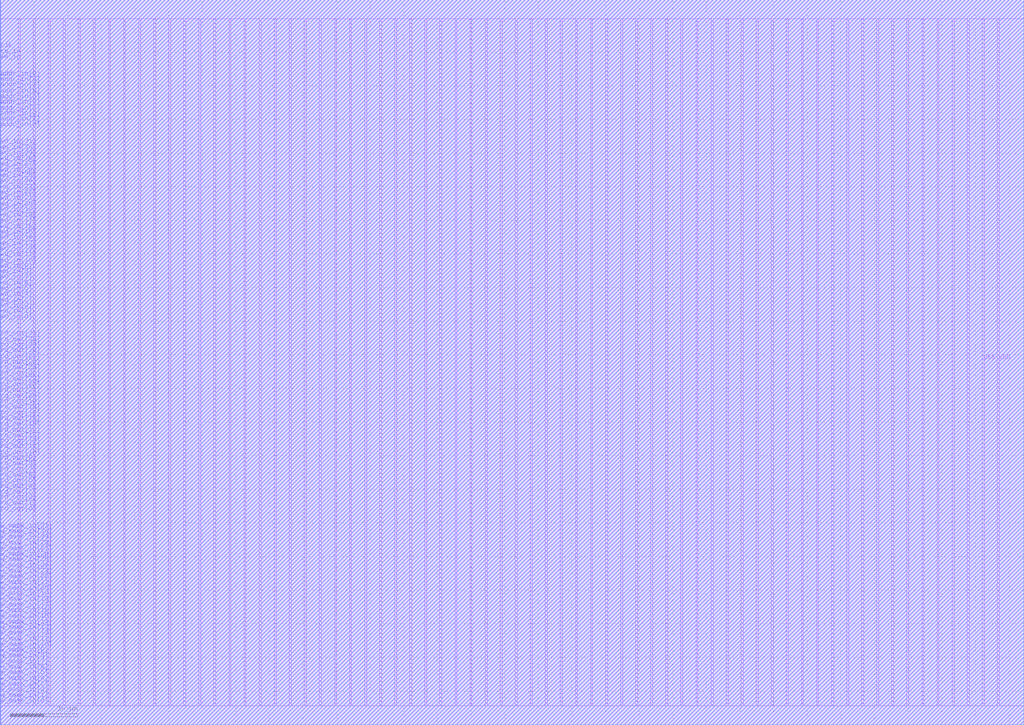
<source format=lef>
VERSION 5.7 ;
BUSBITCHARS "[]" ;
MACRO fakeram45_1024x32_upper
  FOREIGN fakeram45_1024x32_upper 0 0 ;
  SYMMETRY X Y R90 ;
  SIZE 152.190 BY 107.800 ;
  CLASS BLOCK ;
  PIN w_mask_in[0]
    DIRECTION INPUT ;
    USE SIGNAL ;
    SHAPE ABUTMENT ;
    PORT
      LAYER metal18 ;
      RECT 0.000 2.800 0.070 2.870 ;
    END
  END w_mask_in[0]
  PIN w_mask_in[1]
    DIRECTION INPUT ;
    USE SIGNAL ;
    SHAPE ABUTMENT ;
    PORT
      LAYER metal18 ;
      RECT 0.000 3.640 0.070 3.710 ;
    END
  END w_mask_in[1]
  PIN w_mask_in[2]
    DIRECTION INPUT ;
    USE SIGNAL ;
    SHAPE ABUTMENT ;
    PORT
      LAYER metal18 ;
      RECT 0.000 4.480 0.070 4.550 ;
    END
  END w_mask_in[2]
  PIN w_mask_in[3]
    DIRECTION INPUT ;
    USE SIGNAL ;
    SHAPE ABUTMENT ;
    PORT
      LAYER metal18 ;
      RECT 0.000 5.320 0.070 5.390 ;
    END
  END w_mask_in[3]
  PIN w_mask_in[4]
    DIRECTION INPUT ;
    USE SIGNAL ;
    SHAPE ABUTMENT ;
    PORT
      LAYER metal18 ;
      RECT 0.000 6.160 0.070 6.230 ;
    END
  END w_mask_in[4]
  PIN w_mask_in[5]
    DIRECTION INPUT ;
    USE SIGNAL ;
    SHAPE ABUTMENT ;
    PORT
      LAYER metal18 ;
      RECT 0.000 7.000 0.070 7.070 ;
    END
  END w_mask_in[5]
  PIN w_mask_in[6]
    DIRECTION INPUT ;
    USE SIGNAL ;
    SHAPE ABUTMENT ;
    PORT
      LAYER metal18 ;
      RECT 0.000 7.840 0.070 7.910 ;
    END
  END w_mask_in[6]
  PIN w_mask_in[7]
    DIRECTION INPUT ;
    USE SIGNAL ;
    SHAPE ABUTMENT ;
    PORT
      LAYER metal18 ;
      RECT 0.000 8.680 0.070 8.750 ;
    END
  END w_mask_in[7]
  PIN w_mask_in[8]
    DIRECTION INPUT ;
    USE SIGNAL ;
    SHAPE ABUTMENT ;
    PORT
      LAYER metal18 ;
      RECT 0.000 9.520 0.070 9.590 ;
    END
  END w_mask_in[8]
  PIN w_mask_in[9]
    DIRECTION INPUT ;
    USE SIGNAL ;
    SHAPE ABUTMENT ;
    PORT
      LAYER metal18 ;
      RECT 0.000 10.360 0.070 10.430 ;
    END
  END w_mask_in[9]
  PIN w_mask_in[10]
    DIRECTION INPUT ;
    USE SIGNAL ;
    SHAPE ABUTMENT ;
    PORT
      LAYER metal18 ;
      RECT 0.000 11.200 0.070 11.270 ;
    END
  END w_mask_in[10]
  PIN w_mask_in[11]
    DIRECTION INPUT ;
    USE SIGNAL ;
    SHAPE ABUTMENT ;
    PORT
      LAYER metal18 ;
      RECT 0.000 12.040 0.070 12.110 ;
    END
  END w_mask_in[11]
  PIN w_mask_in[12]
    DIRECTION INPUT ;
    USE SIGNAL ;
    SHAPE ABUTMENT ;
    PORT
      LAYER metal18 ;
      RECT 0.000 12.880 0.070 12.950 ;
    END
  END w_mask_in[12]
  PIN w_mask_in[13]
    DIRECTION INPUT ;
    USE SIGNAL ;
    SHAPE ABUTMENT ;
    PORT
      LAYER metal18 ;
      RECT 0.000 13.720 0.070 13.790 ;
    END
  END w_mask_in[13]
  PIN w_mask_in[14]
    DIRECTION INPUT ;
    USE SIGNAL ;
    SHAPE ABUTMENT ;
    PORT
      LAYER metal18 ;
      RECT 0.000 14.560 0.070 14.630 ;
    END
  END w_mask_in[14]
  PIN w_mask_in[15]
    DIRECTION INPUT ;
    USE SIGNAL ;
    SHAPE ABUTMENT ;
    PORT
      LAYER metal18 ;
      RECT 0.000 15.400 0.070 15.470 ;
    END
  END w_mask_in[15]
  PIN w_mask_in[16]
    DIRECTION INPUT ;
    USE SIGNAL ;
    SHAPE ABUTMENT ;
    PORT
      LAYER metal18 ;
      RECT 0.000 16.240 0.070 16.310 ;
    END
  END w_mask_in[16]
  PIN w_mask_in[17]
    DIRECTION INPUT ;
    USE SIGNAL ;
    SHAPE ABUTMENT ;
    PORT
      LAYER metal18 ;
      RECT 0.000 17.080 0.070 17.150 ;
    END
  END w_mask_in[17]
  PIN w_mask_in[18]
    DIRECTION INPUT ;
    USE SIGNAL ;
    SHAPE ABUTMENT ;
    PORT
      LAYER metal18 ;
      RECT 0.000 17.920 0.070 17.990 ;
    END
  END w_mask_in[18]
  PIN w_mask_in[19]
    DIRECTION INPUT ;
    USE SIGNAL ;
    SHAPE ABUTMENT ;
    PORT
      LAYER metal18 ;
      RECT 0.000 18.760 0.070 18.830 ;
    END
  END w_mask_in[19]
  PIN w_mask_in[20]
    DIRECTION INPUT ;
    USE SIGNAL ;
    SHAPE ABUTMENT ;
    PORT
      LAYER metal18 ;
      RECT 0.000 19.600 0.070 19.670 ;
    END
  END w_mask_in[20]
  PIN w_mask_in[21]
    DIRECTION INPUT ;
    USE SIGNAL ;
    SHAPE ABUTMENT ;
    PORT
      LAYER metal18 ;
      RECT 0.000 20.440 0.070 20.510 ;
    END
  END w_mask_in[21]
  PIN w_mask_in[22]
    DIRECTION INPUT ;
    USE SIGNAL ;
    SHAPE ABUTMENT ;
    PORT
      LAYER metal18 ;
      RECT 0.000 21.280 0.070 21.350 ;
    END
  END w_mask_in[22]
  PIN w_mask_in[23]
    DIRECTION INPUT ;
    USE SIGNAL ;
    SHAPE ABUTMENT ;
    PORT
      LAYER metal18 ;
      RECT 0.000 22.120 0.070 22.190 ;
    END
  END w_mask_in[23]
  PIN w_mask_in[24]
    DIRECTION INPUT ;
    USE SIGNAL ;
    SHAPE ABUTMENT ;
    PORT
      LAYER metal18 ;
      RECT 0.000 22.960 0.070 23.030 ;
    END
  END w_mask_in[24]
  PIN w_mask_in[25]
    DIRECTION INPUT ;
    USE SIGNAL ;
    SHAPE ABUTMENT ;
    PORT
      LAYER metal18 ;
      RECT 0.000 23.800 0.070 23.870 ;
    END
  END w_mask_in[25]
  PIN w_mask_in[26]
    DIRECTION INPUT ;
    USE SIGNAL ;
    SHAPE ABUTMENT ;
    PORT
      LAYER metal18 ;
      RECT 0.000 24.640 0.070 24.710 ;
    END
  END w_mask_in[26]
  PIN w_mask_in[27]
    DIRECTION INPUT ;
    USE SIGNAL ;
    SHAPE ABUTMENT ;
    PORT
      LAYER metal18 ;
      RECT 0.000 25.480 0.070 25.550 ;
    END
  END w_mask_in[27]
  PIN w_mask_in[28]
    DIRECTION INPUT ;
    USE SIGNAL ;
    SHAPE ABUTMENT ;
    PORT
      LAYER metal18 ;
      RECT 0.000 26.320 0.070 26.390 ;
    END
  END w_mask_in[28]
  PIN w_mask_in[29]
    DIRECTION INPUT ;
    USE SIGNAL ;
    SHAPE ABUTMENT ;
    PORT
      LAYER metal18 ;
      RECT 0.000 27.160 0.070 27.230 ;
    END
  END w_mask_in[29]
  PIN w_mask_in[30]
    DIRECTION INPUT ;
    USE SIGNAL ;
    SHAPE ABUTMENT ;
    PORT
      LAYER metal18 ;
      RECT 0.000 28.000 0.070 28.070 ;
    END
  END w_mask_in[30]
  PIN w_mask_in[31]
    DIRECTION INPUT ;
    USE SIGNAL ;
    SHAPE ABUTMENT ;
    PORT
      LAYER metal18 ;
      RECT 0.000 28.840 0.070 28.910 ;
    END
  END w_mask_in[31]
  PIN rd_out[0]
    DIRECTION OUTPUT ;
    USE SIGNAL ;
    SHAPE ABUTMENT ;
    PORT
      LAYER metal18 ;
      RECT 0.000 31.360 0.070 31.430 ;
    END
  END rd_out[0]
  PIN rd_out[1]
    DIRECTION OUTPUT ;
    USE SIGNAL ;
    SHAPE ABUTMENT ;
    PORT
      LAYER metal18 ;
      RECT 0.000 32.200 0.070 32.270 ;
    END
  END rd_out[1]
  PIN rd_out[2]
    DIRECTION OUTPUT ;
    USE SIGNAL ;
    SHAPE ABUTMENT ;
    PORT
      LAYER metal18 ;
      RECT 0.000 33.040 0.070 33.110 ;
    END
  END rd_out[2]
  PIN rd_out[3]
    DIRECTION OUTPUT ;
    USE SIGNAL ;
    SHAPE ABUTMENT ;
    PORT
      LAYER metal18 ;
      RECT 0.000 33.880 0.070 33.950 ;
    END
  END rd_out[3]
  PIN rd_out[4]
    DIRECTION OUTPUT ;
    USE SIGNAL ;
    SHAPE ABUTMENT ;
    PORT
      LAYER metal18 ;
      RECT 0.000 34.720 0.070 34.790 ;
    END
  END rd_out[4]
  PIN rd_out[5]
    DIRECTION OUTPUT ;
    USE SIGNAL ;
    SHAPE ABUTMENT ;
    PORT
      LAYER metal18 ;
      RECT 0.000 35.560 0.070 35.630 ;
    END
  END rd_out[5]
  PIN rd_out[6]
    DIRECTION OUTPUT ;
    USE SIGNAL ;
    SHAPE ABUTMENT ;
    PORT
      LAYER metal18 ;
      RECT 0.000 36.400 0.070 36.470 ;
    END
  END rd_out[6]
  PIN rd_out[7]
    DIRECTION OUTPUT ;
    USE SIGNAL ;
    SHAPE ABUTMENT ;
    PORT
      LAYER metal18 ;
      RECT 0.000 37.240 0.070 37.310 ;
    END
  END rd_out[7]
  PIN rd_out[8]
    DIRECTION OUTPUT ;
    USE SIGNAL ;
    SHAPE ABUTMENT ;
    PORT
      LAYER metal18 ;
      RECT 0.000 38.080 0.070 38.150 ;
    END
  END rd_out[8]
  PIN rd_out[9]
    DIRECTION OUTPUT ;
    USE SIGNAL ;
    SHAPE ABUTMENT ;
    PORT
      LAYER metal18 ;
      RECT 0.000 38.920 0.070 38.990 ;
    END
  END rd_out[9]
  PIN rd_out[10]
    DIRECTION OUTPUT ;
    USE SIGNAL ;
    SHAPE ABUTMENT ;
    PORT
      LAYER metal18 ;
      RECT 0.000 39.760 0.070 39.830 ;
    END
  END rd_out[10]
  PIN rd_out[11]
    DIRECTION OUTPUT ;
    USE SIGNAL ;
    SHAPE ABUTMENT ;
    PORT
      LAYER metal18 ;
      RECT 0.000 40.600 0.070 40.670 ;
    END
  END rd_out[11]
  PIN rd_out[12]
    DIRECTION OUTPUT ;
    USE SIGNAL ;
    SHAPE ABUTMENT ;
    PORT
      LAYER metal18 ;
      RECT 0.000 41.440 0.070 41.510 ;
    END
  END rd_out[12]
  PIN rd_out[13]
    DIRECTION OUTPUT ;
    USE SIGNAL ;
    SHAPE ABUTMENT ;
    PORT
      LAYER metal18 ;
      RECT 0.000 42.280 0.070 42.350 ;
    END
  END rd_out[13]
  PIN rd_out[14]
    DIRECTION OUTPUT ;
    USE SIGNAL ;
    SHAPE ABUTMENT ;
    PORT
      LAYER metal18 ;
      RECT 0.000 43.120 0.070 43.190 ;
    END
  END rd_out[14]
  PIN rd_out[15]
    DIRECTION OUTPUT ;
    USE SIGNAL ;
    SHAPE ABUTMENT ;
    PORT
      LAYER metal18 ;
      RECT 0.000 43.960 0.070 44.030 ;
    END
  END rd_out[15]
  PIN rd_out[16]
    DIRECTION OUTPUT ;
    USE SIGNAL ;
    SHAPE ABUTMENT ;
    PORT
      LAYER metal18 ;
      RECT 0.000 44.800 0.070 44.870 ;
    END
  END rd_out[16]
  PIN rd_out[17]
    DIRECTION OUTPUT ;
    USE SIGNAL ;
    SHAPE ABUTMENT ;
    PORT
      LAYER metal18 ;
      RECT 0.000 45.640 0.070 45.710 ;
    END
  END rd_out[17]
  PIN rd_out[18]
    DIRECTION OUTPUT ;
    USE SIGNAL ;
    SHAPE ABUTMENT ;
    PORT
      LAYER metal18 ;
      RECT 0.000 46.480 0.070 46.550 ;
    END
  END rd_out[18]
  PIN rd_out[19]
    DIRECTION OUTPUT ;
    USE SIGNAL ;
    SHAPE ABUTMENT ;
    PORT
      LAYER metal18 ;
      RECT 0.000 47.320 0.070 47.390 ;
    END
  END rd_out[19]
  PIN rd_out[20]
    DIRECTION OUTPUT ;
    USE SIGNAL ;
    SHAPE ABUTMENT ;
    PORT
      LAYER metal18 ;
      RECT 0.000 48.160 0.070 48.230 ;
    END
  END rd_out[20]
  PIN rd_out[21]
    DIRECTION OUTPUT ;
    USE SIGNAL ;
    SHAPE ABUTMENT ;
    PORT
      LAYER metal18 ;
      RECT 0.000 49.000 0.070 49.070 ;
    END
  END rd_out[21]
  PIN rd_out[22]
    DIRECTION OUTPUT ;
    USE SIGNAL ;
    SHAPE ABUTMENT ;
    PORT
      LAYER metal18 ;
      RECT 0.000 49.840 0.070 49.910 ;
    END
  END rd_out[22]
  PIN rd_out[23]
    DIRECTION OUTPUT ;
    USE SIGNAL ;
    SHAPE ABUTMENT ;
    PORT
      LAYER metal18 ;
      RECT 0.000 50.680 0.070 50.750 ;
    END
  END rd_out[23]
  PIN rd_out[24]
    DIRECTION OUTPUT ;
    USE SIGNAL ;
    SHAPE ABUTMENT ;
    PORT
      LAYER metal18 ;
      RECT 0.000 51.520 0.070 51.590 ;
    END
  END rd_out[24]
  PIN rd_out[25]
    DIRECTION OUTPUT ;
    USE SIGNAL ;
    SHAPE ABUTMENT ;
    PORT
      LAYER metal18 ;
      RECT 0.000 52.360 0.070 52.430 ;
    END
  END rd_out[25]
  PIN rd_out[26]
    DIRECTION OUTPUT ;
    USE SIGNAL ;
    SHAPE ABUTMENT ;
    PORT
      LAYER metal18 ;
      RECT 0.000 53.200 0.070 53.270 ;
    END
  END rd_out[26]
  PIN rd_out[27]
    DIRECTION OUTPUT ;
    USE SIGNAL ;
    SHAPE ABUTMENT ;
    PORT
      LAYER metal18 ;
      RECT 0.000 54.040 0.070 54.110 ;
    END
  END rd_out[27]
  PIN rd_out[28]
    DIRECTION OUTPUT ;
    USE SIGNAL ;
    SHAPE ABUTMENT ;
    PORT
      LAYER metal18 ;
      RECT 0.000 54.880 0.070 54.950 ;
    END
  END rd_out[28]
  PIN rd_out[29]
    DIRECTION OUTPUT ;
    USE SIGNAL ;
    SHAPE ABUTMENT ;
    PORT
      LAYER metal18 ;
      RECT 0.000 55.720 0.070 55.790 ;
    END
  END rd_out[29]
  PIN rd_out[30]
    DIRECTION OUTPUT ;
    USE SIGNAL ;
    SHAPE ABUTMENT ;
    PORT
      LAYER metal18 ;
      RECT 0.000 56.560 0.070 56.630 ;
    END
  END rd_out[30]
  PIN rd_out[31]
    DIRECTION OUTPUT ;
    USE SIGNAL ;
    SHAPE ABUTMENT ;
    PORT
      LAYER metal18 ;
      RECT 0.000 57.400 0.070 57.470 ;
    END
  END rd_out[31]
  PIN wd_in[0]
    DIRECTION INPUT ;
    USE SIGNAL ;
    SHAPE ABUTMENT ;
    PORT
      LAYER metal18 ;
      RECT 0.000 59.920 0.070 59.990 ;
    END
  END wd_in[0]
  PIN wd_in[1]
    DIRECTION INPUT ;
    USE SIGNAL ;
    SHAPE ABUTMENT ;
    PORT
      LAYER metal18 ;
      RECT 0.000 60.760 0.070 60.830 ;
    END
  END wd_in[1]
  PIN wd_in[2]
    DIRECTION INPUT ;
    USE SIGNAL ;
    SHAPE ABUTMENT ;
    PORT
      LAYER metal18 ;
      RECT 0.000 61.600 0.070 61.670 ;
    END
  END wd_in[2]
  PIN wd_in[3]
    DIRECTION INPUT ;
    USE SIGNAL ;
    SHAPE ABUTMENT ;
    PORT
      LAYER metal18 ;
      RECT 0.000 62.440 0.070 62.510 ;
    END
  END wd_in[3]
  PIN wd_in[4]
    DIRECTION INPUT ;
    USE SIGNAL ;
    SHAPE ABUTMENT ;
    PORT
      LAYER metal18 ;
      RECT 0.000 63.280 0.070 63.350 ;
    END
  END wd_in[4]
  PIN wd_in[5]
    DIRECTION INPUT ;
    USE SIGNAL ;
    SHAPE ABUTMENT ;
    PORT
      LAYER metal18 ;
      RECT 0.000 64.120 0.070 64.190 ;
    END
  END wd_in[5]
  PIN wd_in[6]
    DIRECTION INPUT ;
    USE SIGNAL ;
    SHAPE ABUTMENT ;
    PORT
      LAYER metal18 ;
      RECT 0.000 64.960 0.070 65.030 ;
    END
  END wd_in[6]
  PIN wd_in[7]
    DIRECTION INPUT ;
    USE SIGNAL ;
    SHAPE ABUTMENT ;
    PORT
      LAYER metal18 ;
      RECT 0.000 65.800 0.070 65.870 ;
    END
  END wd_in[7]
  PIN wd_in[8]
    DIRECTION INPUT ;
    USE SIGNAL ;
    SHAPE ABUTMENT ;
    PORT
      LAYER metal18 ;
      RECT 0.000 66.640 0.070 66.710 ;
    END
  END wd_in[8]
  PIN wd_in[9]
    DIRECTION INPUT ;
    USE SIGNAL ;
    SHAPE ABUTMENT ;
    PORT
      LAYER metal18 ;
      RECT 0.000 67.480 0.070 67.550 ;
    END
  END wd_in[9]
  PIN wd_in[10]
    DIRECTION INPUT ;
    USE SIGNAL ;
    SHAPE ABUTMENT ;
    PORT
      LAYER metal18 ;
      RECT 0.000 68.320 0.070 68.390 ;
    END
  END wd_in[10]
  PIN wd_in[11]
    DIRECTION INPUT ;
    USE SIGNAL ;
    SHAPE ABUTMENT ;
    PORT
      LAYER metal18 ;
      RECT 0.000 69.160 0.070 69.230 ;
    END
  END wd_in[11]
  PIN wd_in[12]
    DIRECTION INPUT ;
    USE SIGNAL ;
    SHAPE ABUTMENT ;
    PORT
      LAYER metal18 ;
      RECT 0.000 70.000 0.070 70.070 ;
    END
  END wd_in[12]
  PIN wd_in[13]
    DIRECTION INPUT ;
    USE SIGNAL ;
    SHAPE ABUTMENT ;
    PORT
      LAYER metal18 ;
      RECT 0.000 70.840 0.070 70.910 ;
    END
  END wd_in[13]
  PIN wd_in[14]
    DIRECTION INPUT ;
    USE SIGNAL ;
    SHAPE ABUTMENT ;
    PORT
      LAYER metal18 ;
      RECT 0.000 71.680 0.070 71.750 ;
    END
  END wd_in[14]
  PIN wd_in[15]
    DIRECTION INPUT ;
    USE SIGNAL ;
    SHAPE ABUTMENT ;
    PORT
      LAYER metal18 ;
      RECT 0.000 72.520 0.070 72.590 ;
    END
  END wd_in[15]
  PIN wd_in[16]
    DIRECTION INPUT ;
    USE SIGNAL ;
    SHAPE ABUTMENT ;
    PORT
      LAYER metal18 ;
      RECT 0.000 73.360 0.070 73.430 ;
    END
  END wd_in[16]
  PIN wd_in[17]
    DIRECTION INPUT ;
    USE SIGNAL ;
    SHAPE ABUTMENT ;
    PORT
      LAYER metal18 ;
      RECT 0.000 74.200 0.070 74.270 ;
    END
  END wd_in[17]
  PIN wd_in[18]
    DIRECTION INPUT ;
    USE SIGNAL ;
    SHAPE ABUTMENT ;
    PORT
      LAYER metal18 ;
      RECT 0.000 75.040 0.070 75.110 ;
    END
  END wd_in[18]
  PIN wd_in[19]
    DIRECTION INPUT ;
    USE SIGNAL ;
    SHAPE ABUTMENT ;
    PORT
      LAYER metal18 ;
      RECT 0.000 75.880 0.070 75.950 ;
    END
  END wd_in[19]
  PIN wd_in[20]
    DIRECTION INPUT ;
    USE SIGNAL ;
    SHAPE ABUTMENT ;
    PORT
      LAYER metal18 ;
      RECT 0.000 76.720 0.070 76.790 ;
    END
  END wd_in[20]
  PIN wd_in[21]
    DIRECTION INPUT ;
    USE SIGNAL ;
    SHAPE ABUTMENT ;
    PORT
      LAYER metal18 ;
      RECT 0.000 77.560 0.070 77.630 ;
    END
  END wd_in[21]
  PIN wd_in[22]
    DIRECTION INPUT ;
    USE SIGNAL ;
    SHAPE ABUTMENT ;
    PORT
      LAYER metal18 ;
      RECT 0.000 78.400 0.070 78.470 ;
    END
  END wd_in[22]
  PIN wd_in[23]
    DIRECTION INPUT ;
    USE SIGNAL ;
    SHAPE ABUTMENT ;
    PORT
      LAYER metal18 ;
      RECT 0.000 79.240 0.070 79.310 ;
    END
  END wd_in[23]
  PIN wd_in[24]
    DIRECTION INPUT ;
    USE SIGNAL ;
    SHAPE ABUTMENT ;
    PORT
      LAYER metal18 ;
      RECT 0.000 80.080 0.070 80.150 ;
    END
  END wd_in[24]
  PIN wd_in[25]
    DIRECTION INPUT ;
    USE SIGNAL ;
    SHAPE ABUTMENT ;
    PORT
      LAYER metal18 ;
      RECT 0.000 80.920 0.070 80.990 ;
    END
  END wd_in[25]
  PIN wd_in[26]
    DIRECTION INPUT ;
    USE SIGNAL ;
    SHAPE ABUTMENT ;
    PORT
      LAYER metal18 ;
      RECT 0.000 81.760 0.070 81.830 ;
    END
  END wd_in[26]
  PIN wd_in[27]
    DIRECTION INPUT ;
    USE SIGNAL ;
    SHAPE ABUTMENT ;
    PORT
      LAYER metal18 ;
      RECT 0.000 82.600 0.070 82.670 ;
    END
  END wd_in[27]
  PIN wd_in[28]
    DIRECTION INPUT ;
    USE SIGNAL ;
    SHAPE ABUTMENT ;
    PORT
      LAYER metal18 ;
      RECT 0.000 83.440 0.070 83.510 ;
    END
  END wd_in[28]
  PIN wd_in[29]
    DIRECTION INPUT ;
    USE SIGNAL ;
    SHAPE ABUTMENT ;
    PORT
      LAYER metal18 ;
      RECT 0.000 84.280 0.070 84.350 ;
    END
  END wd_in[29]
  PIN wd_in[30]
    DIRECTION INPUT ;
    USE SIGNAL ;
    SHAPE ABUTMENT ;
    PORT
      LAYER metal18 ;
      RECT 0.000 85.120 0.070 85.190 ;
    END
  END wd_in[30]
  PIN wd_in[31]
    DIRECTION INPUT ;
    USE SIGNAL ;
    SHAPE ABUTMENT ;
    PORT
      LAYER metal18 ;
      RECT 0.000 85.960 0.070 86.030 ;
    END
  END wd_in[31]
  PIN addr_in[0]
    DIRECTION INPUT ;
    USE SIGNAL ;
    SHAPE ABUTMENT ;
    PORT
      LAYER metal18 ;
      RECT 0.000 88.480 0.070 88.550 ;
    END
  END addr_in[0]
  PIN addr_in[1]
    DIRECTION INPUT ;
    USE SIGNAL ;
    SHAPE ABUTMENT ;
    PORT
      LAYER metal18 ;
      RECT 0.000 89.320 0.070 89.390 ;
    END
  END addr_in[1]
  PIN addr_in[2]
    DIRECTION INPUT ;
    USE SIGNAL ;
    SHAPE ABUTMENT ;
    PORT
      LAYER metal18 ;
      RECT 0.000 90.160 0.070 90.230 ;
    END
  END addr_in[2]
  PIN addr_in[3]
    DIRECTION INPUT ;
    USE SIGNAL ;
    SHAPE ABUTMENT ;
    PORT
      LAYER metal18 ;
      RECT 0.000 91.000 0.070 91.070 ;
    END
  END addr_in[3]
  PIN addr_in[4]
    DIRECTION INPUT ;
    USE SIGNAL ;
    SHAPE ABUTMENT ;
    PORT
      LAYER metal18 ;
      RECT 0.000 91.840 0.070 91.910 ;
    END
  END addr_in[4]
  PIN addr_in[5]
    DIRECTION INPUT ;
    USE SIGNAL ;
    SHAPE ABUTMENT ;
    PORT
      LAYER metal18 ;
      RECT 0.000 92.680 0.070 92.750 ;
    END
  END addr_in[5]
  PIN addr_in[6]
    DIRECTION INPUT ;
    USE SIGNAL ;
    SHAPE ABUTMENT ;
    PORT
      LAYER metal18 ;
      RECT 0.000 93.520 0.070 93.590 ;
    END
  END addr_in[6]
  PIN addr_in[7]
    DIRECTION INPUT ;
    USE SIGNAL ;
    SHAPE ABUTMENT ;
    PORT
      LAYER metal18 ;
      RECT 0.000 94.360 0.070 94.430 ;
    END
  END addr_in[7]
  PIN addr_in[8]
    DIRECTION INPUT ;
    USE SIGNAL ;
    SHAPE ABUTMENT ;
    PORT
      LAYER metal18 ;
      RECT 0.000 95.200 0.070 95.270 ;
    END
  END addr_in[8]
  PIN addr_in[9]
    DIRECTION INPUT ;
    USE SIGNAL ;
    SHAPE ABUTMENT ;
    PORT
      LAYER metal18 ;
      RECT 0.000 96.040 0.070 96.110 ;
    END
  END addr_in[9]
  PIN we_in
    DIRECTION INPUT ;
    USE SIGNAL ;
    SHAPE ABUTMENT ;
    PORT
      LAYER metal18 ;
      RECT 0.000 98.560 0.070 98.630 ;
    END
  END we_in
  PIN ce_in
    DIRECTION INPUT ;
    USE SIGNAL ;
    SHAPE ABUTMENT ;
    PORT
      LAYER metal18 ;
      RECT 0.000 99.400 0.070 99.470 ;
    END
  END ce_in
  PIN clk
    DIRECTION INPUT ;
    USE SIGNAL ;
    SHAPE ABUTMENT ;
    PORT
      LAYER metal18 ;
      RECT 0.000 100.240 0.070 100.310 ;
    END
  END clk
  PIN VSS
    DIRECTION INOUT ;
    USE GROUND ;
    PORT
      LAYER metal17 ;
      RECT 2.660 2.800 2.940 105.000 ;
      RECT 7.140 2.800 7.420 105.000 ;
      RECT 11.620 2.800 11.900 105.000 ;
      RECT 16.100 2.800 16.380 105.000 ;
      RECT 20.580 2.800 20.860 105.000 ;
      RECT 25.060 2.800 25.340 105.000 ;
      RECT 29.540 2.800 29.820 105.000 ;
      RECT 34.020 2.800 34.300 105.000 ;
      RECT 38.500 2.800 38.780 105.000 ;
      RECT 42.980 2.800 43.260 105.000 ;
      RECT 47.460 2.800 47.740 105.000 ;
      RECT 51.940 2.800 52.220 105.000 ;
      RECT 56.420 2.800 56.700 105.000 ;
      RECT 60.900 2.800 61.180 105.000 ;
      RECT 65.380 2.800 65.660 105.000 ;
      RECT 69.860 2.800 70.140 105.000 ;
      RECT 74.340 2.800 74.620 105.000 ;
      RECT 78.820 2.800 79.100 105.000 ;
      RECT 83.300 2.800 83.580 105.000 ;
      RECT 87.780 2.800 88.060 105.000 ;
      RECT 92.260 2.800 92.540 105.000 ;
      RECT 96.740 2.800 97.020 105.000 ;
      RECT 101.220 2.800 101.500 105.000 ;
      RECT 105.700 2.800 105.980 105.000 ;
      RECT 110.180 2.800 110.460 105.000 ;
      RECT 114.660 2.800 114.940 105.000 ;
      RECT 119.140 2.800 119.420 105.000 ;
      RECT 123.620 2.800 123.900 105.000 ;
      RECT 128.100 2.800 128.380 105.000 ;
      RECT 132.580 2.800 132.860 105.000 ;
      RECT 137.060 2.800 137.340 105.000 ;
      RECT 141.540 2.800 141.820 105.000 ;
      RECT 146.020 2.800 146.300 105.000 ;
    END
  END VSS
  PIN VDD
    DIRECTION INOUT ;
    USE POWER ;
    PORT
      LAYER metal17 ;
      RECT 4.900 2.800 5.180 105.000 ;
      RECT 9.380 2.800 9.660 105.000 ;
      RECT 13.860 2.800 14.140 105.000 ;
      RECT 18.340 2.800 18.620 105.000 ;
      RECT 22.820 2.800 23.100 105.000 ;
      RECT 27.300 2.800 27.580 105.000 ;
      RECT 31.780 2.800 32.060 105.000 ;
      RECT 36.260 2.800 36.540 105.000 ;
      RECT 40.740 2.800 41.020 105.000 ;
      RECT 45.220 2.800 45.500 105.000 ;
      RECT 49.700 2.800 49.980 105.000 ;
      RECT 54.180 2.800 54.460 105.000 ;
      RECT 58.660 2.800 58.940 105.000 ;
      RECT 63.140 2.800 63.420 105.000 ;
      RECT 67.620 2.800 67.900 105.000 ;
      RECT 72.100 2.800 72.380 105.000 ;
      RECT 76.580 2.800 76.860 105.000 ;
      RECT 81.060 2.800 81.340 105.000 ;
      RECT 85.540 2.800 85.820 105.000 ;
      RECT 90.020 2.800 90.300 105.000 ;
      RECT 94.500 2.800 94.780 105.000 ;
      RECT 98.980 2.800 99.260 105.000 ;
      RECT 103.460 2.800 103.740 105.000 ;
      RECT 107.940 2.800 108.220 105.000 ;
      RECT 112.420 2.800 112.700 105.000 ;
      RECT 116.900 2.800 117.180 105.000 ;
      RECT 121.380 2.800 121.660 105.000 ;
      RECT 125.860 2.800 126.140 105.000 ;
      RECT 130.340 2.800 130.620 105.000 ;
      RECT 134.820 2.800 135.100 105.000 ;
      RECT 139.300 2.800 139.580 105.000 ;
      RECT 143.780 2.800 144.060 105.000 ;
      RECT 148.260 2.800 148.540 105.000 ;
    END
  END VDD
  OBS
    LAYER metal20 ;
    RECT 0 0 152.190 107.800 ;
    LAYER metal19 ;
    RECT 0 0 152.190 107.800 ;
    LAYER metal18 ;
    RECT 0.070 0 152.190 107.800 ;
    RECT 0 0.000 0.070 2.800 ;
    RECT 0 2.870 0.070 3.640 ;
    RECT 0 3.710 0.070 4.480 ;
    RECT 0 4.550 0.070 5.320 ;
    RECT 0 5.390 0.070 6.160 ;
    RECT 0 6.230 0.070 7.000 ;
    RECT 0 7.070 0.070 7.840 ;
    RECT 0 7.910 0.070 8.680 ;
    RECT 0 8.750 0.070 9.520 ;
    RECT 0 9.590 0.070 10.360 ;
    RECT 0 10.430 0.070 11.200 ;
    RECT 0 11.270 0.070 12.040 ;
    RECT 0 12.110 0.070 12.880 ;
    RECT 0 12.950 0.070 13.720 ;
    RECT 0 13.790 0.070 14.560 ;
    RECT 0 14.630 0.070 15.400 ;
    RECT 0 15.470 0.070 16.240 ;
    RECT 0 16.310 0.070 17.080 ;
    RECT 0 17.150 0.070 17.920 ;
    RECT 0 17.990 0.070 18.760 ;
    RECT 0 18.830 0.070 19.600 ;
    RECT 0 19.670 0.070 20.440 ;
    RECT 0 20.510 0.070 21.280 ;
    RECT 0 21.350 0.070 22.120 ;
    RECT 0 22.190 0.070 22.960 ;
    RECT 0 23.030 0.070 23.800 ;
    RECT 0 23.870 0.070 24.640 ;
    RECT 0 24.710 0.070 25.480 ;
    RECT 0 25.550 0.070 26.320 ;
    RECT 0 26.390 0.070 27.160 ;
    RECT 0 27.230 0.070 28.000 ;
    RECT 0 28.070 0.070 28.840 ;
    RECT 0 28.910 0.070 31.360 ;
    RECT 0 31.430 0.070 32.200 ;
    RECT 0 32.270 0.070 33.040 ;
    RECT 0 33.110 0.070 33.880 ;
    RECT 0 33.950 0.070 34.720 ;
    RECT 0 34.790 0.070 35.560 ;
    RECT 0 35.630 0.070 36.400 ;
    RECT 0 36.470 0.070 37.240 ;
    RECT 0 37.310 0.070 38.080 ;
    RECT 0 38.150 0.070 38.920 ;
    RECT 0 38.990 0.070 39.760 ;
    RECT 0 39.830 0.070 40.600 ;
    RECT 0 40.670 0.070 41.440 ;
    RECT 0 41.510 0.070 42.280 ;
    RECT 0 42.350 0.070 43.120 ;
    RECT 0 43.190 0.070 43.960 ;
    RECT 0 44.030 0.070 44.800 ;
    RECT 0 44.870 0.070 45.640 ;
    RECT 0 45.710 0.070 46.480 ;
    RECT 0 46.550 0.070 47.320 ;
    RECT 0 47.390 0.070 48.160 ;
    RECT 0 48.230 0.070 49.000 ;
    RECT 0 49.070 0.070 49.840 ;
    RECT 0 49.910 0.070 50.680 ;
    RECT 0 50.750 0.070 51.520 ;
    RECT 0 51.590 0.070 52.360 ;
    RECT 0 52.430 0.070 53.200 ;
    RECT 0 53.270 0.070 54.040 ;
    RECT 0 54.110 0.070 54.880 ;
    RECT 0 54.950 0.070 55.720 ;
    RECT 0 55.790 0.070 56.560 ;
    RECT 0 56.630 0.070 57.400 ;
    RECT 0 57.470 0.070 59.920 ;
    RECT 0 59.990 0.070 60.760 ;
    RECT 0 60.830 0.070 61.600 ;
    RECT 0 61.670 0.070 62.440 ;
    RECT 0 62.510 0.070 63.280 ;
    RECT 0 63.350 0.070 64.120 ;
    RECT 0 64.190 0.070 64.960 ;
    RECT 0 65.030 0.070 65.800 ;
    RECT 0 65.870 0.070 66.640 ;
    RECT 0 66.710 0.070 67.480 ;
    RECT 0 67.550 0.070 68.320 ;
    RECT 0 68.390 0.070 69.160 ;
    RECT 0 69.230 0.070 70.000 ;
    RECT 0 70.070 0.070 70.840 ;
    RECT 0 70.910 0.070 71.680 ;
    RECT 0 71.750 0.070 72.520 ;
    RECT 0 72.590 0.070 73.360 ;
    RECT 0 73.430 0.070 74.200 ;
    RECT 0 74.270 0.070 75.040 ;
    RECT 0 75.110 0.070 75.880 ;
    RECT 0 75.950 0.070 76.720 ;
    RECT 0 76.790 0.070 77.560 ;
    RECT 0 77.630 0.070 78.400 ;
    RECT 0 78.470 0.070 79.240 ;
    RECT 0 79.310 0.070 80.080 ;
    RECT 0 80.150 0.070 80.920 ;
    RECT 0 80.990 0.070 81.760 ;
    RECT 0 81.830 0.070 82.600 ;
    RECT 0 82.670 0.070 83.440 ;
    RECT 0 83.510 0.070 84.280 ;
    RECT 0 84.350 0.070 85.120 ;
    RECT 0 85.190 0.070 85.960 ;
    RECT 0 86.030 0.070 88.480 ;
    RECT 0 88.550 0.070 89.320 ;
    RECT 0 89.390 0.070 90.160 ;
    RECT 0 90.230 0.070 91.000 ;
    RECT 0 91.070 0.070 91.840 ;
    RECT 0 91.910 0.070 92.680 ;
    RECT 0 92.750 0.070 93.520 ;
    RECT 0 93.590 0.070 94.360 ;
    RECT 0 94.430 0.070 95.200 ;
    RECT 0 95.270 0.070 96.040 ;
    RECT 0 96.110 0.070 98.560 ;
    RECT 0 98.630 0.070 99.400 ;
    RECT 0 99.470 0.070 100.240 ;
    RECT 0 100.310 0.070 107.800 ;
    LAYER metal17 ;
    RECT 0 0 152.190 2.800 ;
    RECT 0 105.000 152.190 107.800 ;
    RECT 0.000 2.800 2.660 105.000 ;
    RECT 2.940 2.800 4.900 105.000 ;
    RECT 5.180 2.800 7.140 105.000 ;
    RECT 7.420 2.800 9.380 105.000 ;
    RECT 9.660 2.800 11.620 105.000 ;
    RECT 11.900 2.800 13.860 105.000 ;
    RECT 14.140 2.800 16.100 105.000 ;
    RECT 16.380 2.800 18.340 105.000 ;
    RECT 18.620 2.800 20.580 105.000 ;
    RECT 20.860 2.800 22.820 105.000 ;
    RECT 23.100 2.800 25.060 105.000 ;
    RECT 25.340 2.800 27.300 105.000 ;
    RECT 27.580 2.800 29.540 105.000 ;
    RECT 29.820 2.800 31.780 105.000 ;
    RECT 32.060 2.800 34.020 105.000 ;
    RECT 34.300 2.800 36.260 105.000 ;
    RECT 36.540 2.800 38.500 105.000 ;
    RECT 38.780 2.800 40.740 105.000 ;
    RECT 41.020 2.800 42.980 105.000 ;
    RECT 43.260 2.800 45.220 105.000 ;
    RECT 45.500 2.800 47.460 105.000 ;
    RECT 47.740 2.800 49.700 105.000 ;
    RECT 49.980 2.800 51.940 105.000 ;
    RECT 52.220 2.800 54.180 105.000 ;
    RECT 54.460 2.800 56.420 105.000 ;
    RECT 56.700 2.800 58.660 105.000 ;
    RECT 58.940 2.800 60.900 105.000 ;
    RECT 61.180 2.800 63.140 105.000 ;
    RECT 63.420 2.800 65.380 105.000 ;
    RECT 65.660 2.800 67.620 105.000 ;
    RECT 67.900 2.800 69.860 105.000 ;
    RECT 70.140 2.800 72.100 105.000 ;
    RECT 72.380 2.800 74.340 105.000 ;
    RECT 74.620 2.800 76.580 105.000 ;
    RECT 76.860 2.800 78.820 105.000 ;
    RECT 79.100 2.800 81.060 105.000 ;
    RECT 81.340 2.800 83.300 105.000 ;
    RECT 83.580 2.800 85.540 105.000 ;
    RECT 85.820 2.800 87.780 105.000 ;
    RECT 88.060 2.800 90.020 105.000 ;
    RECT 90.300 2.800 92.260 105.000 ;
    RECT 92.540 2.800 94.500 105.000 ;
    RECT 94.780 2.800 96.740 105.000 ;
    RECT 97.020 2.800 98.980 105.000 ;
    RECT 99.260 2.800 101.220 105.000 ;
    RECT 101.500 2.800 103.460 105.000 ;
    RECT 103.740 2.800 105.700 105.000 ;
    RECT 105.980 2.800 107.940 105.000 ;
    RECT 108.220 2.800 110.180 105.000 ;
    RECT 110.460 2.800 112.420 105.000 ;
    RECT 112.700 2.800 114.660 105.000 ;
    RECT 114.940 2.800 116.900 105.000 ;
    RECT 117.180 2.800 119.140 105.000 ;
    RECT 119.420 2.800 121.380 105.000 ;
    RECT 121.660 2.800 123.620 105.000 ;
    RECT 123.900 2.800 125.860 105.000 ;
    RECT 126.140 2.800 128.100 105.000 ;
    RECT 128.380 2.800 130.340 105.000 ;
    RECT 130.620 2.800 132.580 105.000 ;
    RECT 132.860 2.800 134.820 105.000 ;
    RECT 135.100 2.800 137.060 105.000 ;
    RECT 137.340 2.800 139.300 105.000 ;
    RECT 139.580 2.800 141.540 105.000 ;
    RECT 141.820 2.800 143.780 105.000 ;
    RECT 144.060 2.800 146.020 105.000 ;
    RECT 146.300 2.800 148.260 105.000 ;
    RECT 148.540 2.800 152.190 105.000 ;
  END
END fakeram45_1024x32_upper

END LIBRARY

</source>
